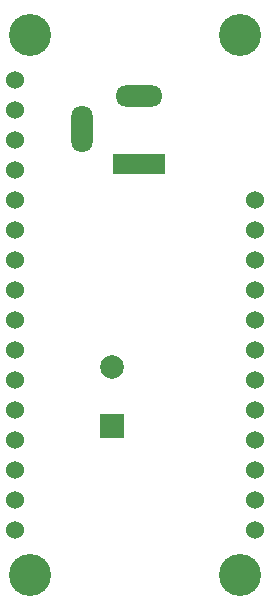
<source format=gbr>
G04 #@! TF.GenerationSoftware,KiCad,Pcbnew,(5.1.9)-1*
G04 #@! TF.CreationDate,2021-02-24T14:06:18-05:00*
G04 #@! TF.ProjectId,feather_multi_oled,66656174-6865-4725-9f6d-756c74695f6f,0.1a*
G04 #@! TF.SameCoordinates,Original*
G04 #@! TF.FileFunction,Soldermask,Bot*
G04 #@! TF.FilePolarity,Negative*
%FSLAX46Y46*%
G04 Gerber Fmt 4.6, Leading zero omitted, Abs format (unit mm)*
G04 Created by KiCad (PCBNEW (5.1.9)-1) date 2021-02-24 14:06:18*
%MOMM*%
%LPD*%
G01*
G04 APERTURE LIST*
%ADD10C,1.524000*%
%ADD11C,3.556000*%
%ADD12O,1.800000X4.000000*%
%ADD13O,4.000000X1.800000*%
%ADD14R,4.400000X1.800000*%
%ADD15R,2.000000X2.000000*%
%ADD16C,2.000000*%
G04 APERTURE END LIST*
D10*
X118560000Y-61610000D03*
X118560000Y-64150000D03*
X118560000Y-66690000D03*
X118560000Y-69230000D03*
X118560000Y-71770000D03*
X118560000Y-74310000D03*
X118560000Y-76850000D03*
X118560000Y-79390000D03*
X118560000Y-81930000D03*
X118560000Y-84470000D03*
X118560000Y-87010000D03*
X118560000Y-89550000D03*
X98240000Y-89550000D03*
X98240000Y-87010000D03*
X98240000Y-84470000D03*
X98240000Y-81930000D03*
X98240000Y-79390000D03*
X98240000Y-76850000D03*
X98240000Y-74310000D03*
X98240000Y-71770000D03*
X98240000Y-69230000D03*
X98240000Y-66690000D03*
X98240000Y-64150000D03*
X98240000Y-61610000D03*
X98240000Y-59070000D03*
X98240000Y-56530000D03*
X98240000Y-53990000D03*
X98240000Y-51450000D03*
D11*
X99510000Y-93360000D03*
X99510000Y-47640000D03*
X117290000Y-93360000D03*
X117290000Y-47640000D03*
D12*
X103900000Y-55525000D03*
D13*
X108700000Y-52725000D03*
D14*
X108700000Y-58525000D03*
D15*
X106400000Y-80700000D03*
D16*
X106400000Y-75700000D03*
M02*

</source>
